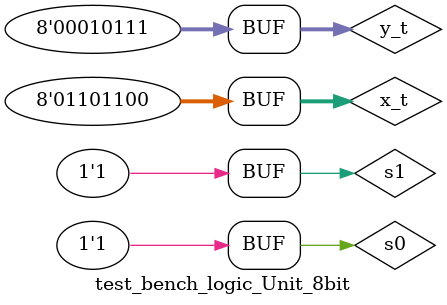
<source format=v>
module mux4to1(sel1, sel0, i0, i1, i2, i3 , f);
  input sel1, sel0, i0, i1, i2, i3;
  output f;
  wire w1, w2, w3, w4, nsel1, nsel0;

  not(nsel1, sel1);
  not(nsel0, sel0);
  and(w1, nsel1, nsel0, i0);
  and(w2, nsel1, sel0, i1);
  and(w3, sel1, nsel0, i2);
  and(w4, sel1, sel0, i3);
  or(f, w1, w2, w3, w4);
  
endmodule

module mux4to1_8bit(sel1, sel0, i0, i1, i2, i3 , f);
  input sel1, sel0;
  input [7:0]i3, i2, i1, i0;
  output [7:0]f;

  mux4to1 mux1(.sel1(sel1), .sel0(sel0), .i0(i0[0]), .i1(i1[0]), .i2(i2[0]), .i3(i3[0]), .f(f[0]));
  mux4to1 mux2(.sel1(sel1), .sel0(sel0), .i0(i0[1]), .i1(i1[1]), .i2(i2[1]), .i3(i3[1]), .f(f[1]));
  mux4to1 mux3(.sel1(sel1), .sel0(sel0), .i0(i0[2]), .i1(i1[2]), .i2(i2[2]), .i3(i3[2]), .f(f[2]));
  mux4to1 mux4(.sel1(sel1), .sel0(sel0), .i0(i0[3]), .i1(i1[3]), .i2(i2[3]), .i3(i3[3]), .f(f[3]));
  mux4to1 mux5(.sel1(sel1), .sel0(sel0), .i0(i0[4]), .i1(i1[4]), .i2(i2[4]), .i3(i3[4]), .f(f[4]));
  mux4to1 mux6(.sel1(sel1), .sel0(sel0), .i0(i0[5]), .i1(i1[5]), .i2(i2[5]), .i3(i3[5]), .f(f[5]));
  mux4to1 mux7(.sel1(sel1), .sel0(sel0), .i0(i0[6]), .i1(i1[6]), .i2(i2[6]), .i3(i3[6]), .f(f[6]));
  mux4to1 mux8(.sel1(sel1), .sel0(sel0), .i0(i0[7]), .i1(i1[7]), .i2(i2[7]), .i3(i3[7]), .f(f[7]));
endmodule

module logic_Unit_8bit(x, y, sel1, sel0, f);
  input [7:0]x, y;
  input sel0, sel1;
  output [7:0]f;
  wire [7:0]x_Or_y, x_And_y, x_Xor_y, x_Not;

  or(x_Or_y[0], x[0], y[0]);
  or(x_Or_y[1], x[1], y[1]);
  or(x_Or_y[2], x[2], y[2]);
  or(x_Or_y[3], x[3], y[3]);
  or(x_Or_y[4], x[4], y[4]);
  or(x_Or_y[5], x[5], y[5]);
  or(x_Or_y[6], x[6], y[6]);
  or(x_Or_y[7], x[7], y[7]);

  and(x_And_y[0], x[0], y[0]);
  and(x_And_y[1], x[1], y[1]);
  and(x_And_y[2], x[2], y[2]);
  and(x_And_y[3], x[3], y[3]);
  and(x_And_y[4], x[4], y[4]);
  and(x_And_y[5], x[5], y[5]);
  and(x_And_y[6], x[6], y[6]);
  and(x_And_y[7], x[7], y[7]);

  xor(x_Xor_y[0], x[0], y[0]);
  xor(x_Xor_y[1], x[1], y[1]);
  xor(x_Xor_y[2], x[2], y[2]);
  xor(x_Xor_y[3], x[3], y[3]);
  xor(x_Xor_y[4], x[4], y[4]);
  xor(x_Xor_y[5], x[5], y[5]);
  xor(x_Xor_y[6], x[6], y[6]);
  xor(x_Xor_y[7], x[7], y[7]);

  not(x_Not[0], x[0]);
  not(x_Not[1], x[1]);
  not(x_Not[2], x[2]);
  not(x_Not[3], x[3]);
  not(x_Not[4], x[4]);
  not(x_Not[5], x[5]);
  not(x_Not[6], x[6]);
  not(x_Not[7], x[7]);

  mux4to1_8bit m1(.sel1(sel1), .sel0(sel0), .i0(x_Or_y), .i1(x_And_y), .i2(x_Xor_y), .i3(x_Not), .f(f));
endmodule

module test_bench_logic_Unit_8bit;
  reg [7:0]x_t, y_t;
  reg s1, s0;
  wire [7:0]f_t;

  logic_Unit_8bit lu(.x(x_t), .y(y_t), .sel1(s1), .sel0(s0), .f(f_t));
  initial begin
    $monitor("x=%b, y=%b, sel1=%b, sel0=%b => f=%b", x_t, y_t, s1, s0, f_t);
    x_t=8'b01101100; y_t=8'b00010111; s1=1'b0; s0=1'b0;
    #10
    x_t=8'b01101100; y_t=8'b00010111; s1=1'b0; s0=1'b1;
    #10
    x_t=8'b01101100; y_t=8'b00010111; s1=1'b1; s0=1'b0;
    #10
    x_t=8'b01101100; y_t=8'b00010111; s1=1'b1; s0=1'b1; 
  end
endmodule

</source>
